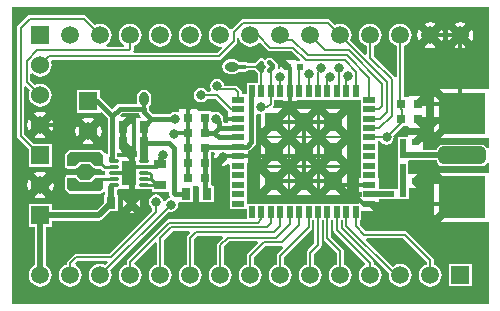
<source format=gtl>
G04 Layer_Physical_Order=1*
G04 Layer_Color=255*
%FSAX25Y25*%
%MOIN*%
G70*
G01*
G75*
%ADD10R,0.02362X0.01969*%
G04:AMPARAMS|DCode=11|XSize=15.75mil|YSize=30mil|CornerRadius=0mil|HoleSize=0mil|Usage=FLASHONLY|Rotation=315.000|XOffset=0mil|YOffset=0mil|HoleType=Round|Shape=Octagon|*
%AMOCTAGOND11*
4,1,8,0.00782,0.01339,0.01339,0.00782,0.01339,0.00226,-0.00226,-0.01339,-0.00782,-0.01339,-0.01339,-0.00782,-0.01339,-0.00226,0.00226,0.01339,0.00782,0.01339,0.0*
%
%ADD11OCTAGOND11*%

G04:AMPARAMS|DCode=12|XSize=15mil|YSize=30mil|CornerRadius=0mil|HoleSize=0mil|Usage=FLASHONLY|Rotation=225.000|XOffset=0mil|YOffset=0mil|HoleType=Round|Shape=Octagon|*
%AMOCTAGOND12*
4,1,8,0.01326,-0.00796,0.00796,-0.01326,0.00265,-0.01326,-0.01326,0.00265,-0.01326,0.00796,-0.00796,0.01326,-0.00265,0.01326,0.01326,-0.00265,0.01326,-0.00796,0.0*
%
%ADD12OCTAGOND12*%

%ADD13P,0.03677X4X270.0*%
G04:AMPARAMS|DCode=14|XSize=15mil|YSize=30mil|CornerRadius=0mil|HoleSize=0mil|Usage=FLASHONLY|Rotation=315.000|XOffset=0mil|YOffset=0mil|HoleType=Round|Shape=Octagon|*
%AMOCTAGOND14*
4,1,8,0.00796,0.01326,0.01326,0.00796,0.01326,0.00265,-0.00265,-0.01326,-0.00796,-0.01326,-0.01326,-0.00796,-0.01326,-0.00265,0.00265,0.01326,0.00796,0.01326,0.0*
%
%ADD14OCTAGOND14*%

%ADD15O,0.04724X0.03150*%
%ADD16O,0.03937X0.01575*%
%ADD17R,0.03150X0.03937*%
%ADD18O,0.03150X0.04724*%
%ADD19O,0.01575X0.03937*%
%ADD20R,0.06000X0.02000*%
G04:AMPARAMS|DCode=21|XSize=11mil|YSize=31.5mil|CornerRadius=2.75mil|HoleSize=0mil|Usage=FLASHONLY|Rotation=270.000|XOffset=0mil|YOffset=0mil|HoleType=Round|Shape=RoundedRectangle|*
%AMROUNDEDRECTD21*
21,1,0.01100,0.02600,0,0,270.0*
21,1,0.00550,0.03150,0,0,270.0*
1,1,0.00550,-0.01300,-0.00275*
1,1,0.00550,-0.01300,0.00275*
1,1,0.00550,0.01300,0.00275*
1,1,0.00550,0.01300,-0.00275*
%
%ADD21ROUNDEDRECTD21*%
%ADD22R,0.04724X0.07874*%
%ADD23R,0.03937X0.03150*%
%ADD24R,0.03000X0.03000*%
%ADD25R,0.06299X0.06299*%
G04:AMPARAMS|DCode=26|XSize=62.99mil|YSize=62.99mil|CornerRadius=6.3mil|HoleSize=0mil|Usage=FLASHONLY|Rotation=0.000|XOffset=0mil|YOffset=0mil|HoleType=Round|Shape=RoundedRectangle|*
%AMROUNDEDRECTD26*
21,1,0.06299,0.05039,0,0,0.0*
21,1,0.05039,0.06299,0,0,0.0*
1,1,0.01260,0.02520,-0.02520*
1,1,0.01260,-0.02520,-0.02520*
1,1,0.01260,-0.02520,0.02520*
1,1,0.01260,0.02520,0.02520*
%
%ADD26ROUNDEDRECTD26*%
%ADD27R,0.01969X0.03937*%
%ADD28R,0.03937X0.01969*%
%ADD29R,0.01969X0.02362*%
G04:AMPARAMS|DCode=30|XSize=157.48mil|YSize=59.06mil|CornerRadius=14.76mil|HoleSize=0mil|Usage=FLASHONLY|Rotation=0.000|XOffset=0mil|YOffset=0mil|HoleType=Round|Shape=RoundedRectangle|*
%AMROUNDEDRECTD30*
21,1,0.15748,0.02953,0,0,0.0*
21,1,0.12795,0.05906,0,0,0.0*
1,1,0.02953,0.06398,-0.01476*
1,1,0.02953,-0.06398,-0.01476*
1,1,0.02953,-0.06398,0.01476*
1,1,0.02953,0.06398,0.01476*
%
%ADD30ROUNDEDRECTD30*%
%ADD31R,0.15748X0.07874*%
%ADD32C,0.00800*%
%ADD33C,0.01200*%
%ADD34C,0.02000*%
%ADD35C,0.01500*%
%ADD36C,0.01100*%
%ADD37R,0.03000X0.05500*%
%ADD38C,0.05906*%
%ADD39R,0.05906X0.05906*%
%ADD40R,0.06000X0.06000*%
%ADD41C,0.06000*%
%ADD42C,0.03150*%
G36*
X0315961Y0220947D02*
X0299797D01*
X0304137Y0216607D01*
X0302189Y0214658D01*
X0297848Y0218999D01*
Y0210317D01*
Y0206534D01*
X0302189Y0210874D01*
X0304137Y0208926D01*
X0299797Y0204585D01*
X0315961D01*
Y0201544D01*
X0315360Y0201362D01*
X0315009Y0201888D01*
X0314316Y0202351D01*
X0313498Y0202514D01*
X0300702D01*
X0299884Y0202351D01*
X0299191Y0201888D01*
X0298728Y0201194D01*
X0298613Y0200620D01*
X0294227D01*
X0294028Y0201138D01*
X0294028D01*
Y0203913D01*
X0292640Y0202526D01*
X0290691Y0204474D01*
X0292079Y0205862D01*
X0288910D01*
Y0205104D01*
X0287770D01*
X0287531Y0205152D01*
X0287293Y0205104D01*
X0285730D01*
Y0201896D01*
X0285848D01*
Y0198969D01*
X0285896Y0198730D01*
X0285896Y0197000D01*
X0285896Y0196567D01*
Y0195270D01*
X0285848Y0195031D01*
X0285880Y0194873D01*
Y0192104D01*
X0285730D01*
Y0188896D01*
X0285817D01*
Y0187884D01*
X0285333Y0187604D01*
X0285067Y0187604D01*
X0283786D01*
X0283528Y0187656D01*
X0279547D01*
Y0191516D01*
X0278969D01*
Y0193668D01*
Y0196818D01*
Y0199968D01*
Y0203678D01*
X0279863D01*
X0280189Y0203189D01*
X0280975Y0202665D01*
X0281902Y0202480D01*
X0282828Y0202665D01*
X0283614Y0203189D01*
X0284139Y0203975D01*
X0284323Y0204902D01*
X0284208Y0205478D01*
X0287430Y0208700D01*
X0289050Y0208700D01*
X0289372Y0208233D01*
Y0208122D01*
X0293179D01*
X0291276Y0210026D01*
X0293224Y0211974D01*
X0295128Y0210071D01*
Y0213122D01*
Y0216929D01*
X0293224Y0215026D01*
X0291276Y0216974D01*
X0293179Y0218878D01*
X0289372D01*
Y0218767D01*
X0289050Y0218300D01*
X0288772Y0218300D01*
X0287723D01*
Y0235445D01*
X0288393Y0235722D01*
X0289177Y0236323D01*
X0289778Y0237107D01*
X0290156Y0238020D01*
X0290285Y0239000D01*
X0290156Y0239980D01*
X0289778Y0240893D01*
X0289177Y0241676D01*
X0288393Y0242278D01*
X0287480Y0242656D01*
X0286500Y0242785D01*
X0285520Y0242656D01*
X0284607Y0242278D01*
X0283823Y0241676D01*
X0283222Y0240893D01*
X0282844Y0239980D01*
X0282715Y0239000D01*
X0282844Y0238020D01*
X0283222Y0237107D01*
X0283823Y0236323D01*
X0284607Y0235722D01*
X0285277Y0235445D01*
Y0225049D01*
X0284999Y0224957D01*
X0284677Y0224949D01*
X0284465Y0225265D01*
X0277724Y0232007D01*
Y0235445D01*
X0278393Y0235722D01*
X0279176Y0236323D01*
X0279778Y0237107D01*
X0280156Y0238020D01*
X0280285Y0239000D01*
X0280156Y0239980D01*
X0279778Y0240893D01*
X0279176Y0241676D01*
X0278393Y0242278D01*
X0277480Y0242656D01*
X0276500Y0242785D01*
X0275520Y0242656D01*
X0274607Y0242278D01*
X0273823Y0241676D01*
X0273222Y0240893D01*
X0272844Y0239980D01*
X0272715Y0239000D01*
X0272844Y0238020D01*
X0273222Y0237107D01*
X0273823Y0236323D01*
X0274607Y0235722D01*
X0275276Y0235445D01*
Y0232738D01*
X0274722Y0232508D01*
X0269879Y0237351D01*
X0270156Y0238020D01*
X0270285Y0239000D01*
X0270156Y0239980D01*
X0269778Y0240893D01*
X0269177Y0241676D01*
X0268393Y0242278D01*
X0267480Y0242656D01*
X0266500Y0242785D01*
X0265520Y0242656D01*
X0264851Y0242379D01*
X0263212Y0244018D01*
X0262815Y0244283D01*
X0262347Y0244376D01*
X0234153D01*
X0233684Y0244283D01*
X0233288Y0244018D01*
X0230350Y0241080D01*
X0230247Y0241047D01*
X0229693Y0241084D01*
X0229593Y0241134D01*
X0229176Y0241676D01*
X0228393Y0242278D01*
X0227480Y0242656D01*
X0226500Y0242785D01*
X0225520Y0242656D01*
X0224607Y0242278D01*
X0223823Y0241676D01*
X0223222Y0240893D01*
X0222844Y0239980D01*
X0222715Y0239000D01*
X0222844Y0238020D01*
X0223222Y0237107D01*
X0223823Y0236323D01*
X0224607Y0235722D01*
X0225520Y0235344D01*
X0226500Y0235215D01*
X0226657Y0235236D01*
X0226937Y0234667D01*
X0225493Y0233224D01*
X0197747D01*
X0197491Y0233823D01*
X0197630Y0234032D01*
X0197723Y0234500D01*
Y0235445D01*
X0198393Y0235722D01*
X0199177Y0236323D01*
X0199778Y0237107D01*
X0200156Y0238020D01*
X0200285Y0239000D01*
X0200156Y0239980D01*
X0199778Y0240893D01*
X0199177Y0241676D01*
X0198393Y0242278D01*
X0197480Y0242656D01*
X0196500Y0242785D01*
X0195520Y0242656D01*
X0194607Y0242278D01*
X0193824Y0241676D01*
X0193222Y0240893D01*
X0192844Y0239980D01*
X0192715Y0239000D01*
X0192844Y0238020D01*
X0193222Y0237107D01*
X0193824Y0236323D01*
X0194475Y0235823D01*
X0194329Y0235236D01*
X0194322Y0235224D01*
X0188678D01*
X0188671Y0235236D01*
X0188525Y0235823D01*
X0189176Y0236323D01*
X0189778Y0237107D01*
X0190156Y0238020D01*
X0190285Y0239000D01*
X0190156Y0239980D01*
X0189778Y0240893D01*
X0189176Y0241676D01*
X0188393Y0242278D01*
X0187480Y0242656D01*
X0186500Y0242785D01*
X0185520Y0242656D01*
X0184851Y0242379D01*
X0181865Y0245365D01*
X0181468Y0245630D01*
X0181000Y0245724D01*
X0163000D01*
X0162532Y0245630D01*
X0162135Y0245365D01*
X0159135Y0242365D01*
X0158870Y0241968D01*
X0158776Y0241500D01*
Y0205500D01*
X0158870Y0205032D01*
X0159135Y0204635D01*
X0162700Y0201070D01*
Y0195200D01*
X0170300D01*
Y0202800D01*
X0164430D01*
X0161223Y0206007D01*
Y0221762D01*
X0161778Y0221992D01*
X0163085Y0220685D01*
X0162798Y0219992D01*
X0162667Y0219000D01*
X0162798Y0218008D01*
X0163181Y0217084D01*
X0163790Y0216290D01*
X0164584Y0215681D01*
X0165508Y0215298D01*
X0166500Y0215167D01*
X0167492Y0215298D01*
X0168416Y0215681D01*
X0169210Y0216290D01*
X0169819Y0217084D01*
X0170202Y0218008D01*
X0170333Y0219000D01*
X0170202Y0219992D01*
X0169819Y0220916D01*
X0169210Y0221710D01*
X0168416Y0222319D01*
X0167492Y0222702D01*
X0166500Y0222833D01*
X0165508Y0222702D01*
X0164815Y0222415D01*
X0163224Y0224007D01*
Y0226098D01*
X0163603Y0226227D01*
X0163823Y0226264D01*
X0164584Y0225681D01*
X0165508Y0225298D01*
X0166500Y0225167D01*
X0167492Y0225298D01*
X0168416Y0225681D01*
X0169210Y0226290D01*
X0169819Y0227084D01*
X0170202Y0228008D01*
X0170333Y0229000D01*
X0170202Y0229992D01*
X0170126Y0230176D01*
X0170527Y0230777D01*
X0226000D01*
X0226468Y0230870D01*
X0226865Y0231135D01*
X0231865Y0236135D01*
X0232130Y0236532D01*
X0232224Y0237000D01*
Y0238135D01*
X0232823Y0238175D01*
X0232844Y0238020D01*
X0233222Y0237107D01*
X0233823Y0236323D01*
X0234607Y0235722D01*
X0235520Y0235344D01*
X0236500Y0235215D01*
X0237480Y0235344D01*
X0238393Y0235722D01*
X0239177Y0236323D01*
X0239234Y0236398D01*
X0239832Y0236437D01*
X0242288Y0233982D01*
X0242685Y0233717D01*
X0243153Y0233624D01*
X0250383D01*
X0253168Y0230839D01*
X0252939Y0230284D01*
X0251590D01*
Y0230862D01*
X0248421D01*
X0249809Y0229474D01*
X0247860Y0227526D01*
X0246472Y0228913D01*
Y0227771D01*
X0246094Y0227625D01*
X0245588Y0228033D01*
Y0228765D01*
X0245574Y0228778D01*
Y0229318D01*
X0243418Y0231474D01*
X0242322D01*
X0241450Y0230603D01*
X0240678Y0231374D01*
X0240195D01*
X0240100Y0231470D01*
X0240004Y0231374D01*
X0239582D01*
X0237931Y0229724D01*
X0235707D01*
X0235300Y0229995D01*
X0234681Y0230118D01*
X0232912D01*
X0232850Y0230212D01*
X0232064Y0230737D01*
X0231138Y0230921D01*
X0229563D01*
X0228636Y0230737D01*
X0227851Y0230212D01*
X0227326Y0229427D01*
X0227142Y0228500D01*
X0227326Y0227573D01*
X0227851Y0226788D01*
X0228636Y0226263D01*
X0229563Y0226079D01*
X0231138D01*
X0232064Y0226263D01*
X0232850Y0226788D01*
X0232912Y0226882D01*
X0234681D01*
X0235300Y0227005D01*
X0235707Y0227276D01*
X0237931D01*
X0238954Y0226254D01*
Y0223024D01*
X0235243D01*
Y0219284D01*
X0233723D01*
Y0220000D01*
X0233630Y0220468D01*
X0233365Y0220865D01*
X0232365Y0221865D01*
X0231968Y0222130D01*
X0231500Y0222223D01*
X0227877D01*
X0227737Y0222927D01*
X0227212Y0223712D01*
X0226427Y0224237D01*
X0225500Y0224421D01*
X0224573Y0224237D01*
X0223788Y0223712D01*
X0223263Y0222927D01*
X0223079Y0222000D01*
X0223263Y0221073D01*
X0223430Y0220824D01*
X0223109Y0220223D01*
X0222039D01*
X0221712Y0220712D01*
X0220927Y0221237D01*
X0220000Y0221421D01*
X0219073Y0221237D01*
X0218288Y0220712D01*
X0217763Y0219927D01*
X0217579Y0219000D01*
X0217763Y0218073D01*
X0218288Y0217288D01*
X0219073Y0216763D01*
X0220000Y0216579D01*
X0220927Y0216763D01*
X0221712Y0217288D01*
X0222039Y0217776D01*
X0224993D01*
X0228767Y0214003D01*
X0229153Y0213563D01*
Y0209632D01*
X0227632D01*
Y0209949D01*
X0227511Y0210554D01*
X0227374Y0210760D01*
X0227421Y0211000D01*
X0227237Y0211927D01*
X0226712Y0212712D01*
X0225927Y0213237D01*
X0225000Y0213421D01*
X0224150Y0213252D01*
X0223882Y0213339D01*
X0223550Y0213517D01*
Y0213800D01*
X0219228D01*
X0218950Y0213800D01*
X0218628Y0214267D01*
Y0214378D01*
X0212872D01*
Y0213606D01*
X0212272Y0213268D01*
X0211500Y0213421D01*
X0210573Y0213237D01*
X0209788Y0212712D01*
X0209700Y0212580D01*
X0204092D01*
X0202619Y0214054D01*
Y0215088D01*
X0202712Y0215150D01*
X0203237Y0215936D01*
X0203421Y0216862D01*
Y0218437D01*
X0203237Y0219364D01*
X0202712Y0220149D01*
X0201927Y0220674D01*
X0201000Y0220858D01*
X0200073Y0220674D01*
X0199288Y0220149D01*
X0198763Y0219364D01*
X0198579Y0218437D01*
Y0216862D01*
X0198642Y0216544D01*
X0198261Y0216080D01*
X0193000D01*
X0192395Y0215960D01*
X0191883Y0215617D01*
X0190500Y0214235D01*
X0186618Y0218117D01*
X0186300Y0218330D01*
Y0220800D01*
X0178700D01*
Y0213200D01*
X0186300D01*
Y0213200D01*
X0186841Y0213424D01*
X0188920Y0211345D01*
Y0199650D01*
X0188775Y0199531D01*
X0188077Y0199577D01*
X0188077Y0199577D01*
X0187077Y0200577D01*
X0186812Y0200754D01*
X0186500Y0200816D01*
X0186500Y0200816D01*
X0176500D01*
X0176188Y0200754D01*
X0175923Y0200577D01*
X0175923Y0200577D01*
X0174923Y0199577D01*
X0174746Y0199312D01*
X0174684Y0199000D01*
X0174684Y0199000D01*
Y0195500D01*
X0174746Y0195188D01*
X0174792Y0195120D01*
X0174809Y0195030D01*
X0174986Y0194766D01*
X0175251Y0194589D01*
X0175563Y0194527D01*
X0178313D01*
X0178350Y0194534D01*
X0178387Y0194530D01*
X0178505Y0194565D01*
X0178625Y0194589D01*
X0178656Y0194610D01*
X0178692Y0194620D01*
X0178788Y0194697D01*
X0178890Y0194766D01*
X0178911Y0194797D01*
X0178940Y0194820D01*
X0179945Y0196027D01*
X0183181D01*
X0184186Y0194820D01*
X0184215Y0194797D01*
X0184236Y0194766D01*
X0184338Y0194697D01*
X0184434Y0194620D01*
X0184470Y0194610D01*
X0184501Y0194589D01*
X0184621Y0194565D01*
X0184739Y0194530D01*
X0184776Y0194534D01*
X0184813Y0194527D01*
X0186527D01*
X0187058Y0193995D01*
X0187058Y0193995D01*
X0187505Y0193697D01*
X0188031Y0193592D01*
X0188132Y0193469D01*
X0188094Y0193275D01*
Y0192725D01*
X0187833Y0192408D01*
X0187031D01*
X0186568Y0192316D01*
X0184750D01*
X0184713Y0192308D01*
X0184676Y0192312D01*
X0184558Y0192278D01*
X0184438Y0192254D01*
X0184407Y0192233D01*
X0184371Y0192222D01*
X0184275Y0192145D01*
X0184173Y0192077D01*
X0184152Y0192046D01*
X0184123Y0192022D01*
X0183118Y0190816D01*
X0179882D01*
X0178877Y0192022D01*
X0178848Y0192046D01*
X0178827Y0192077D01*
X0178725Y0192145D01*
X0178629Y0192222D01*
X0178593Y0192233D01*
X0178562Y0192254D01*
X0178442Y0192278D01*
X0178324Y0192312D01*
X0178287Y0192308D01*
X0178250Y0192316D01*
X0175500D01*
X0175188Y0192254D01*
X0174923Y0192077D01*
X0174746Y0191812D01*
X0174684Y0191500D01*
Y0188000D01*
X0174684Y0188000D01*
X0174746Y0187688D01*
X0174923Y0187423D01*
X0174923Y0187423D01*
X0175923Y0186423D01*
X0175923Y0186423D01*
X0176188Y0186246D01*
X0176500Y0186184D01*
X0176500Y0186184D01*
X0186500D01*
X0186812Y0186246D01*
X0187077Y0186423D01*
X0187077Y0186423D01*
X0187628Y0186974D01*
X0188228Y0186726D01*
Y0185768D01*
X0187688D01*
Y0183221D01*
X0185303Y0180835D01*
X0170300D01*
Y0182800D01*
X0162700D01*
Y0175200D01*
X0164665D01*
Y0162302D01*
X0164607Y0162278D01*
X0163823Y0161677D01*
X0163222Y0160893D01*
X0162844Y0159980D01*
X0162715Y0159000D01*
X0162844Y0158020D01*
X0163222Y0157107D01*
X0163823Y0156324D01*
X0164607Y0155722D01*
X0165520Y0155344D01*
X0166500Y0155215D01*
X0167480Y0155344D01*
X0168393Y0155722D01*
X0169176Y0156324D01*
X0169778Y0157107D01*
X0170156Y0158020D01*
X0170285Y0159000D01*
X0170156Y0159980D01*
X0169778Y0160893D01*
X0169176Y0161677D01*
X0168393Y0162278D01*
X0168335Y0162302D01*
Y0175200D01*
X0170300D01*
Y0177165D01*
X0186063D01*
X0186765Y0177304D01*
X0187361Y0177702D01*
X0189890Y0180231D01*
X0192438D01*
Y0185768D01*
X0191898D01*
Y0187235D01*
X0192260Y0187685D01*
X0199740D01*
Y0187692D01*
X0200894D01*
X0200921Y0187687D01*
X0203731D01*
Y0186688D01*
X0209268D01*
X0209484Y0186177D01*
X0209540Y0185895D01*
X0209807Y0185495D01*
X0209723Y0185097D01*
X0209579Y0184838D01*
X0209073Y0184737D01*
X0208288Y0184212D01*
X0207982Y0183755D01*
X0207345Y0183882D01*
X0207237Y0184427D01*
X0206712Y0185212D01*
X0205927Y0185737D01*
X0205000Y0185921D01*
X0204073Y0185737D01*
X0203288Y0185212D01*
X0202763Y0184427D01*
X0202579Y0183500D01*
X0202763Y0182573D01*
X0203288Y0181788D01*
X0203777Y0181461D01*
Y0180507D01*
X0189493Y0166224D01*
X0178500D01*
X0178032Y0166130D01*
X0177635Y0165865D01*
X0175635Y0163865D01*
X0175370Y0163468D01*
X0175277Y0163000D01*
Y0162555D01*
X0174607Y0162278D01*
X0173823Y0161677D01*
X0173222Y0160893D01*
X0172844Y0159980D01*
X0172715Y0159000D01*
X0172844Y0158020D01*
X0173222Y0157107D01*
X0173823Y0156324D01*
X0174607Y0155722D01*
X0175520Y0155344D01*
X0176500Y0155215D01*
X0177480Y0155344D01*
X0178393Y0155722D01*
X0179176Y0156324D01*
X0179778Y0157107D01*
X0180156Y0158020D01*
X0180285Y0159000D01*
X0180156Y0159980D01*
X0179778Y0160893D01*
X0179176Y0161677D01*
X0178393Y0162278D01*
X0178266Y0162330D01*
X0178149Y0162919D01*
X0179007Y0163777D01*
X0188762D01*
X0188992Y0163222D01*
X0188149Y0162379D01*
X0187480Y0162656D01*
X0186500Y0162785D01*
X0185520Y0162656D01*
X0184607Y0162278D01*
X0183824Y0161677D01*
X0183222Y0160893D01*
X0182844Y0159980D01*
X0182715Y0159000D01*
X0182844Y0158020D01*
X0183222Y0157107D01*
X0183824Y0156324D01*
X0184607Y0155722D01*
X0185520Y0155344D01*
X0186500Y0155215D01*
X0187480Y0155344D01*
X0188393Y0155722D01*
X0189176Y0156324D01*
X0189778Y0157107D01*
X0190156Y0158020D01*
X0190285Y0159000D01*
X0190156Y0159980D01*
X0189879Y0160649D01*
X0209424Y0180193D01*
X0210000Y0180079D01*
X0210927Y0180263D01*
X0211712Y0180788D01*
X0212237Y0181573D01*
X0212421Y0182500D01*
X0212369Y0182763D01*
X0212888Y0183231D01*
X0217437D01*
Y0188622D01*
X0218628D01*
Y0188733D01*
X0218700Y0188838D01*
X0218999Y0188858D01*
X0219562Y0188325D01*
Y0183231D01*
X0224312D01*
Y0188768D01*
X0223957D01*
X0223550Y0189200D01*
Y0193800D01*
X0223550D01*
X0223550Y0194200D01*
X0223550D01*
Y0198800D01*
X0223550D01*
Y0199200D01*
X0223550D01*
Y0200172D01*
X0224347D01*
X0224748Y0199572D01*
X0224623Y0199271D01*
X0224522Y0198500D01*
X0224623Y0197729D01*
X0224669Y0197618D01*
X0226526Y0199474D01*
X0228474Y0197526D01*
X0226618Y0195669D01*
X0226729Y0195623D01*
X0227500Y0195522D01*
X0228271Y0195623D01*
X0228989Y0195921D01*
X0229132Y0196030D01*
X0229731Y0195734D01*
Y0193668D01*
Y0190519D01*
Y0187369D01*
Y0184220D01*
Y0181070D01*
X0235243D01*
Y0177724D01*
X0209500D01*
X0209032Y0177630D01*
X0208635Y0177365D01*
X0195635Y0164365D01*
X0195370Y0163968D01*
X0195276Y0163500D01*
Y0162555D01*
X0194607Y0162278D01*
X0193824Y0161677D01*
X0193222Y0160893D01*
X0192844Y0159980D01*
X0192715Y0159000D01*
X0192844Y0158020D01*
X0193222Y0157107D01*
X0193824Y0156324D01*
X0194607Y0155722D01*
X0195520Y0155344D01*
X0196500Y0155215D01*
X0197480Y0155344D01*
X0198393Y0155722D01*
X0199177Y0156324D01*
X0199778Y0157107D01*
X0200156Y0158020D01*
X0200285Y0159000D01*
X0200156Y0159980D01*
X0199778Y0160893D01*
X0199177Y0161677D01*
X0198393Y0162278D01*
X0197919Y0162474D01*
X0197840Y0163110D01*
X0204722Y0169992D01*
X0205276Y0169762D01*
Y0162555D01*
X0204607Y0162278D01*
X0203823Y0161677D01*
X0203222Y0160893D01*
X0202844Y0159980D01*
X0202715Y0159000D01*
X0202844Y0158020D01*
X0203222Y0157107D01*
X0203823Y0156324D01*
X0204607Y0155722D01*
X0205520Y0155344D01*
X0206500Y0155215D01*
X0207480Y0155344D01*
X0208393Y0155722D01*
X0209176Y0156324D01*
X0209778Y0157107D01*
X0210156Y0158020D01*
X0210285Y0159000D01*
X0210156Y0159980D01*
X0209778Y0160893D01*
X0209176Y0161677D01*
X0208393Y0162278D01*
X0207723Y0162555D01*
Y0170730D01*
X0210669Y0173677D01*
X0216162D01*
X0216392Y0173122D01*
X0215635Y0172365D01*
X0215370Y0171968D01*
X0215277Y0171500D01*
Y0162555D01*
X0214607Y0162278D01*
X0213824Y0161677D01*
X0213222Y0160893D01*
X0212844Y0159980D01*
X0212715Y0159000D01*
X0212844Y0158020D01*
X0213222Y0157107D01*
X0213824Y0156324D01*
X0214607Y0155722D01*
X0215520Y0155344D01*
X0216500Y0155215D01*
X0217480Y0155344D01*
X0218393Y0155722D01*
X0219177Y0156324D01*
X0219778Y0157107D01*
X0220156Y0158020D01*
X0220285Y0159000D01*
X0220156Y0159980D01*
X0219778Y0160893D01*
X0219177Y0161677D01*
X0218393Y0162278D01*
X0217723Y0162555D01*
Y0170993D01*
X0218807Y0172076D01*
X0227062D01*
X0227292Y0171522D01*
X0225635Y0169865D01*
X0225370Y0169468D01*
X0225276Y0169000D01*
Y0162555D01*
X0224607Y0162278D01*
X0223823Y0161677D01*
X0223222Y0160893D01*
X0222844Y0159980D01*
X0222715Y0159000D01*
X0222844Y0158020D01*
X0223222Y0157107D01*
X0223823Y0156324D01*
X0224607Y0155722D01*
X0225520Y0155344D01*
X0226500Y0155215D01*
X0227480Y0155344D01*
X0228393Y0155722D01*
X0229176Y0156324D01*
X0229778Y0157107D01*
X0230156Y0158020D01*
X0230285Y0159000D01*
X0230156Y0159980D01*
X0229778Y0160893D01*
X0229176Y0161677D01*
X0228393Y0162278D01*
X0227724Y0162555D01*
Y0168493D01*
X0229507Y0170276D01*
X0238862D01*
X0239092Y0169722D01*
X0235635Y0166265D01*
X0235370Y0165868D01*
X0235277Y0165400D01*
Y0162555D01*
X0234607Y0162278D01*
X0233823Y0161677D01*
X0233222Y0160893D01*
X0232844Y0159980D01*
X0232715Y0159000D01*
X0232844Y0158020D01*
X0233222Y0157107D01*
X0233823Y0156324D01*
X0234607Y0155722D01*
X0235520Y0155344D01*
X0236500Y0155215D01*
X0237480Y0155344D01*
X0238393Y0155722D01*
X0239177Y0156324D01*
X0239778Y0157107D01*
X0240156Y0158020D01*
X0240285Y0159000D01*
X0240156Y0159980D01*
X0239778Y0160893D01*
X0239177Y0161677D01*
X0238393Y0162278D01*
X0237723Y0162555D01*
Y0164893D01*
X0241507Y0168676D01*
X0246900D01*
X0247147Y0168726D01*
X0247442Y0168173D01*
X0245635Y0166365D01*
X0245370Y0165968D01*
X0245276Y0165500D01*
Y0162555D01*
X0244607Y0162278D01*
X0243824Y0161677D01*
X0243222Y0160893D01*
X0242844Y0159980D01*
X0242715Y0159000D01*
X0242844Y0158020D01*
X0243222Y0157107D01*
X0243824Y0156324D01*
X0244607Y0155722D01*
X0245520Y0155344D01*
X0246500Y0155215D01*
X0247480Y0155344D01*
X0248393Y0155722D01*
X0249177Y0156324D01*
X0249778Y0157107D01*
X0250156Y0158020D01*
X0250285Y0159000D01*
X0250156Y0159980D01*
X0249778Y0160893D01*
X0249177Y0161677D01*
X0248393Y0162278D01*
X0247724Y0162555D01*
Y0164993D01*
X0256790Y0174060D01*
X0257056Y0174457D01*
X0257149Y0174925D01*
Y0177330D01*
X0257851D01*
Y0169582D01*
X0255635Y0167365D01*
X0255370Y0166968D01*
X0255276Y0166500D01*
Y0162555D01*
X0254607Y0162278D01*
X0253823Y0161677D01*
X0253222Y0160893D01*
X0252844Y0159980D01*
X0252715Y0159000D01*
X0252844Y0158020D01*
X0253222Y0157107D01*
X0253823Y0156324D01*
X0254607Y0155722D01*
X0255520Y0155344D01*
X0256500Y0155215D01*
X0257480Y0155344D01*
X0258393Y0155722D01*
X0259176Y0156324D01*
X0259778Y0157107D01*
X0260156Y0158020D01*
X0260285Y0159000D01*
X0260156Y0159980D01*
X0259778Y0160893D01*
X0259176Y0161677D01*
X0258393Y0162278D01*
X0257723Y0162555D01*
Y0165993D01*
X0259940Y0168210D01*
X0260205Y0168607D01*
X0260298Y0169075D01*
Y0177330D01*
X0261001D01*
Y0171276D01*
X0261094Y0170807D01*
X0261359Y0170410D01*
X0265277Y0166493D01*
Y0162555D01*
X0264607Y0162278D01*
X0263824Y0161677D01*
X0263222Y0160893D01*
X0262844Y0159980D01*
X0262715Y0159000D01*
X0262844Y0158020D01*
X0263222Y0157107D01*
X0263824Y0156324D01*
X0264607Y0155722D01*
X0265520Y0155344D01*
X0266500Y0155215D01*
X0267480Y0155344D01*
X0268393Y0155722D01*
X0269177Y0156324D01*
X0269778Y0157107D01*
X0270156Y0158020D01*
X0270285Y0159000D01*
X0270156Y0159980D01*
X0269778Y0160893D01*
X0269177Y0161677D01*
X0268393Y0162278D01*
X0267723Y0162555D01*
Y0167000D01*
X0267630Y0167468D01*
X0267365Y0167865D01*
X0263448Y0171782D01*
Y0177330D01*
X0264151D01*
Y0174126D01*
X0264244Y0173658D01*
X0264509Y0173261D01*
X0274851Y0162919D01*
X0274734Y0162330D01*
X0274607Y0162278D01*
X0273823Y0161677D01*
X0273222Y0160893D01*
X0272844Y0159980D01*
X0272715Y0159000D01*
X0272844Y0158020D01*
X0273222Y0157107D01*
X0273823Y0156324D01*
X0274607Y0155722D01*
X0275520Y0155344D01*
X0276500Y0155215D01*
X0277480Y0155344D01*
X0278393Y0155722D01*
X0279176Y0156324D01*
X0279778Y0157107D01*
X0280156Y0158020D01*
X0280285Y0159000D01*
X0280156Y0159980D01*
X0279778Y0160893D01*
X0279176Y0161677D01*
X0278393Y0162278D01*
X0277724Y0162555D01*
Y0163000D01*
X0277630Y0163468D01*
X0277365Y0163865D01*
X0266598Y0174633D01*
Y0177330D01*
X0267300D01*
Y0175476D01*
X0267393Y0175008D01*
X0267658Y0174611D01*
X0282779Y0159490D01*
X0282715Y0159000D01*
X0282844Y0158020D01*
X0283222Y0157107D01*
X0283823Y0156324D01*
X0284607Y0155722D01*
X0285520Y0155344D01*
X0286500Y0155215D01*
X0287480Y0155344D01*
X0288393Y0155722D01*
X0289177Y0156324D01*
X0289778Y0157107D01*
X0290156Y0158020D01*
X0290285Y0159000D01*
X0290156Y0159980D01*
X0289778Y0160893D01*
X0289177Y0161677D01*
X0288393Y0162278D01*
X0287480Y0162656D01*
X0286500Y0162785D01*
X0285520Y0162656D01*
X0284607Y0162278D01*
X0283954Y0161776D01*
X0275054Y0170677D01*
X0275302Y0171276D01*
X0287493D01*
X0295276Y0163493D01*
Y0162555D01*
X0294607Y0162278D01*
X0293824Y0161677D01*
X0293222Y0160893D01*
X0292844Y0159980D01*
X0292715Y0159000D01*
X0292844Y0158020D01*
X0293222Y0157107D01*
X0293824Y0156324D01*
X0294607Y0155722D01*
X0295520Y0155344D01*
X0296500Y0155215D01*
X0297480Y0155344D01*
X0298393Y0155722D01*
X0299177Y0156324D01*
X0299778Y0157107D01*
X0300156Y0158020D01*
X0300285Y0159000D01*
X0300156Y0159980D01*
X0299778Y0160893D01*
X0299177Y0161677D01*
X0298393Y0162278D01*
X0297724Y0162555D01*
Y0164000D01*
X0297630Y0164468D01*
X0297365Y0164865D01*
X0288865Y0173365D01*
X0288468Y0173630D01*
X0288000Y0173723D01*
X0275007D01*
X0272897Y0175834D01*
Y0177330D01*
X0273458D01*
Y0180492D01*
X0277599D01*
X0276211Y0181880D01*
X0278159Y0183829D01*
X0279547Y0182441D01*
Y0184352D01*
X0283512D01*
X0283531Y0184348D01*
X0283770Y0184396D01*
X0285500Y0184396D01*
X0285933Y0184396D01*
X0287230D01*
X0287469Y0184348D01*
X0287707Y0184396D01*
X0289270D01*
Y0187604D01*
X0289270Y0187604D01*
X0289270D01*
X0289270Y0187604D01*
X0289430Y0188138D01*
X0292079D01*
X0290691Y0189526D01*
X0291665Y0190500D01*
X0290691Y0191474D01*
X0292079Y0192862D01*
X0289183D01*
Y0195000D01*
X0289183Y0195000D01*
X0289104Y0195397D01*
Y0196567D01*
X0289104Y0196833D01*
X0289384Y0197317D01*
X0298586D01*
X0298728Y0196606D01*
X0299191Y0195912D01*
X0299884Y0195449D01*
X0300702Y0195286D01*
X0313498D01*
X0314316Y0195449D01*
X0315009Y0195912D01*
X0315360Y0196438D01*
X0315961Y0196256D01*
Y0193215D01*
X0299797D01*
X0304137Y0188874D01*
X0302189Y0186926D01*
X0297848Y0191266D01*
Y0182585D01*
Y0178802D01*
X0302189Y0183142D01*
X0304137Y0181193D01*
X0299797Y0176853D01*
X0315961D01*
Y0149539D01*
X0157039D01*
Y0248461D01*
X0315961D01*
Y0220947D01*
D02*
G37*
G36*
X0273432Y0215716D02*
X0273432D01*
Y0212566D01*
Y0209417D01*
Y0206267D01*
Y0203117D01*
Y0199968D01*
Y0196818D01*
Y0193668D01*
Y0191516D01*
X0272854D01*
Y0186791D01*
X0273612D01*
Y0185216D01*
X0272854D01*
Y0182867D01*
X0235268D01*
Y0187369D01*
Y0190519D01*
Y0193668D01*
Y0196240D01*
X0235846D01*
Y0200290D01*
X0235857Y0200292D01*
X0236369Y0200635D01*
X0237993Y0202258D01*
X0238335Y0202770D01*
X0238456Y0203375D01*
Y0212539D01*
X0238985Y0212822D01*
X0239073Y0212763D01*
X0239951Y0212589D01*
X0239941Y0212539D01*
Y0207500D01*
X0239957Y0207418D01*
X0243533Y0210994D01*
X0247110Y0214570D01*
X0247028Y0214587D01*
X0244254D01*
X0244025Y0215141D01*
X0244192Y0215308D01*
X0244457Y0215705D01*
X0244550Y0216173D01*
Y0217487D01*
X0247264D01*
Y0216910D01*
X0251988D01*
Y0217487D01*
X0273432D01*
Y0215716D01*
D02*
G37*
G36*
X0199505Y0212700D02*
X0199855Y0212174D01*
X0199857Y0212174D01*
X0199986Y0211368D01*
X0199909Y0211268D01*
X0198562D01*
Y0205732D01*
Y0200232D01*
X0198684D01*
Y0198315D01*
X0192655D01*
X0192211Y0198458D01*
X0192080Y0198841D01*
Y0199653D01*
X0195066D01*
X0193088Y0201632D01*
X0195036Y0203581D01*
X0197015Y0201602D01*
Y0205153D01*
Y0209898D01*
X0195036Y0207919D01*
X0193088Y0209868D01*
X0195066Y0211846D01*
X0193365D01*
X0193136Y0212401D01*
X0193655Y0212920D01*
X0199461D01*
X0199505Y0212700D01*
D02*
G37*
G36*
X0187500Y0188000D02*
X0186500Y0187000D01*
X0176500D01*
X0175500Y0188000D01*
Y0191500D01*
X0178250D01*
X0179500Y0190000D01*
X0183500D01*
X0184750Y0191500D01*
X0187500D01*
Y0188000D01*
D02*
G37*
G36*
Y0199000D02*
Y0198906D01*
X0187563Y0198843D01*
Y0195343D01*
X0184813D01*
X0183563Y0196843D01*
X0179563D01*
X0178313Y0195343D01*
X0175563D01*
Y0195500D01*
X0175500D01*
Y0199000D01*
X0176500Y0200000D01*
X0186500D01*
X0187500Y0199000D01*
D02*
G37*
%LPC*%
G36*
X0166500Y0193416D02*
X0165357Y0193265D01*
X0164527Y0192921D01*
X0166500Y0190949D01*
X0168473Y0192921D01*
X0167643Y0193265D01*
X0166500Y0193416D01*
D02*
G37*
G36*
X0246988Y0194862D02*
X0241831D01*
X0244409Y0192283D01*
X0246988Y0194862D01*
D02*
G37*
G36*
X0266772D02*
X0261614D01*
X0264193Y0192283D01*
X0266772Y0194862D01*
D02*
G37*
G36*
X0294028Y0190913D02*
X0293614Y0190500D01*
X0294028Y0190086D01*
Y0190913D01*
D02*
G37*
G36*
X0258878Y0192913D02*
X0256299Y0190335D01*
X0258878Y0187756D01*
Y0192913D01*
D02*
G37*
G36*
X0268721D02*
X0266142Y0190335D01*
X0268721Y0187756D01*
Y0192913D01*
D02*
G37*
G36*
X0306500Y0243368D02*
X0305369Y0243219D01*
X0304563Y0242885D01*
X0306500Y0240949D01*
X0308437Y0242885D01*
X0307630Y0243219D01*
X0306500Y0243368D01*
D02*
G37*
G36*
X0256929Y0194862D02*
X0251772D01*
X0254350Y0192283D01*
X0256929Y0194862D01*
D02*
G37*
G36*
X0239980Y0202756D02*
Y0197598D01*
X0242559Y0200177D01*
X0239980Y0202756D01*
D02*
G37*
G36*
X0249823D02*
Y0197598D01*
X0252402Y0200177D01*
X0249823Y0202756D01*
D02*
G37*
G36*
X0259665D02*
Y0197598D01*
X0262244Y0200177D01*
X0259665Y0202756D01*
D02*
G37*
G36*
X0264193Y0198228D02*
X0261614Y0195650D01*
X0266772D01*
X0264193Y0198228D01*
D02*
G37*
G36*
X0296500Y0243368D02*
X0295370Y0243219D01*
X0294563Y0242885D01*
X0296500Y0240949D01*
X0298437Y0242885D01*
X0297631Y0243219D01*
X0296500Y0243368D01*
D02*
G37*
G36*
X0244508Y0198228D02*
X0241929Y0195650D01*
X0247087D01*
X0244508Y0198228D01*
D02*
G37*
G36*
X0254350D02*
X0251772Y0195650D01*
X0256929D01*
X0254350Y0198228D01*
D02*
G37*
G36*
X0248937Y0192913D02*
X0246358Y0190335D01*
X0248937Y0187756D01*
Y0192913D01*
D02*
G37*
G36*
X0196938Y0183394D02*
X0196544Y0183000D01*
X0196938Y0182606D01*
X0197332Y0183000D01*
X0196938Y0183394D01*
D02*
G37*
G36*
X0166500Y0187051D02*
X0164527Y0185079D01*
X0165357Y0184735D01*
X0166500Y0184584D01*
X0167643Y0184735D01*
X0168473Y0185079D01*
X0166500Y0187051D01*
D02*
G37*
G36*
X0197942Y0186346D02*
X0195934D01*
X0196938Y0185342D01*
X0197942Y0186346D01*
D02*
G37*
G36*
X0193985Y0184398D02*
Y0181602D01*
X0195383Y0183000D01*
X0193985Y0184398D01*
D02*
G37*
G36*
X0310253Y0162753D02*
X0302747D01*
Y0155247D01*
X0310253D01*
Y0162753D01*
D02*
G37*
G36*
X0196938Y0180658D02*
X0195934Y0179654D01*
X0197942D01*
X0196938Y0180658D01*
D02*
G37*
G36*
X0199891Y0184398D02*
X0198493Y0183000D01*
X0199891Y0181602D01*
Y0184398D01*
D02*
G37*
G36*
X0244409Y0188386D02*
X0241831Y0185807D01*
X0246988D01*
X0244409Y0188386D01*
D02*
G37*
G36*
X0239882Y0192913D02*
Y0187756D01*
X0242461Y0190335D01*
X0239882Y0192913D01*
D02*
G37*
G36*
X0249823D02*
Y0187756D01*
X0252402Y0190335D01*
X0249823Y0192913D01*
D02*
G37*
G36*
X0259665D02*
Y0187756D01*
X0262244Y0190335D01*
X0259665Y0192913D01*
D02*
G37*
G36*
X0162578Y0190973D02*
X0162235Y0190143D01*
X0162084Y0189000D01*
X0162235Y0187857D01*
X0162578Y0187027D01*
X0164551Y0189000D01*
X0162578Y0190973D01*
D02*
G37*
G36*
X0254350Y0188386D02*
X0251772Y0185807D01*
X0256929D01*
X0254350Y0188386D01*
D02*
G37*
G36*
X0264193D02*
X0261614Y0185807D01*
X0266772D01*
X0264193Y0188386D01*
D02*
G37*
G36*
X0170422Y0190973D02*
X0168449Y0189000D01*
X0170422Y0187027D01*
X0170765Y0187857D01*
X0170916Y0189000D01*
X0170765Y0190143D01*
X0170422Y0190973D01*
D02*
G37*
G36*
X0249035Y0202756D02*
X0246457Y0200177D01*
X0249035Y0197598D01*
Y0202756D01*
D02*
G37*
G36*
X0182500Y0211416D02*
X0181357Y0211265D01*
X0180527Y0210922D01*
X0182500Y0208949D01*
X0184473Y0210922D01*
X0183643Y0211265D01*
X0182500Y0211416D01*
D02*
G37*
G36*
X0166500Y0213416D02*
X0165357Y0213265D01*
X0164527Y0212922D01*
X0166500Y0210949D01*
X0168473Y0212922D01*
X0167643Y0213265D01*
X0166500Y0213416D01*
D02*
G37*
G36*
X0256929Y0214547D02*
X0251772D01*
X0254350Y0211968D01*
X0256929Y0214547D01*
D02*
G37*
G36*
X0268721Y0212598D02*
X0266142Y0210020D01*
X0268721Y0207441D01*
Y0212598D01*
D02*
G37*
G36*
X0249823D02*
Y0207441D01*
X0252402Y0210020D01*
X0249823Y0212598D01*
D02*
G37*
G36*
X0258878Y0212598D02*
X0256299Y0210020D01*
X0258878Y0207441D01*
Y0212598D01*
D02*
G37*
G36*
X0259665Y0212598D02*
Y0207441D01*
X0262244Y0210020D01*
X0259665Y0212598D01*
D02*
G37*
G36*
X0266772Y0214547D02*
X0261614D01*
X0264193Y0211968D01*
X0266772Y0214547D01*
D02*
G37*
G36*
X0206500Y0242785D02*
X0205520Y0242656D01*
X0204607Y0242278D01*
X0203823Y0241676D01*
X0203222Y0240893D01*
X0202844Y0239980D01*
X0202715Y0239000D01*
X0202844Y0238020D01*
X0203222Y0237107D01*
X0203823Y0236323D01*
X0204607Y0235722D01*
X0205520Y0235344D01*
X0206500Y0235215D01*
X0207480Y0235344D01*
X0208393Y0235722D01*
X0209176Y0236323D01*
X0209778Y0237107D01*
X0210156Y0238020D01*
X0210285Y0239000D01*
X0210156Y0239980D01*
X0209778Y0240893D01*
X0209176Y0241676D01*
X0208393Y0242278D01*
X0207480Y0242656D01*
X0206500Y0242785D01*
D02*
G37*
G36*
X0216500D02*
X0215520Y0242656D01*
X0214607Y0242278D01*
X0213824Y0241676D01*
X0213222Y0240893D01*
X0212844Y0239980D01*
X0212715Y0239000D01*
X0212844Y0238020D01*
X0213222Y0237107D01*
X0213824Y0236323D01*
X0214607Y0235722D01*
X0215520Y0235344D01*
X0216500Y0235215D01*
X0217480Y0235344D01*
X0218393Y0235722D01*
X0219177Y0236323D01*
X0219778Y0237107D01*
X0220156Y0238020D01*
X0220285Y0239000D01*
X0220156Y0239980D01*
X0219778Y0240893D01*
X0219177Y0241676D01*
X0218393Y0242278D01*
X0217480Y0242656D01*
X0216500Y0242785D01*
D02*
G37*
G36*
X0292615Y0240937D02*
X0292281Y0240130D01*
X0292132Y0239000D01*
X0292281Y0237870D01*
X0292615Y0237063D01*
X0294551Y0239000D01*
X0292615Y0240937D01*
D02*
G37*
G36*
X0306500Y0237051D02*
X0304563Y0235115D01*
X0305369Y0234781D01*
X0306500Y0234632D01*
X0307630Y0234781D01*
X0308437Y0235115D01*
X0306500Y0237051D01*
D02*
G37*
G36*
X0300385Y0240937D02*
X0298449Y0239000D01*
X0300385Y0237063D01*
X0300719Y0237870D01*
X0300868Y0239000D01*
X0300719Y0240130D01*
X0300385Y0240937D01*
D02*
G37*
G36*
X0302615Y0240937D02*
X0302281Y0240130D01*
X0302132Y0239000D01*
X0302281Y0237870D01*
X0302615Y0237063D01*
X0304551Y0239000D01*
X0302615Y0240937D01*
D02*
G37*
G36*
X0296500Y0237051D02*
X0294563Y0235115D01*
X0295370Y0234781D01*
X0296500Y0234632D01*
X0297631Y0234781D01*
X0298437Y0235115D01*
X0296500Y0237051D01*
D02*
G37*
G36*
X0249058Y0212621D02*
X0246457Y0210020D01*
X0249058Y0207418D01*
X0249075Y0207500D01*
Y0212539D01*
X0249058Y0212621D01*
D02*
G37*
G36*
X0266772Y0204705D02*
X0261614D01*
X0264193Y0202126D01*
X0266772Y0204705D01*
D02*
G37*
G36*
X0256929D02*
X0251772D01*
X0254350Y0202126D01*
X0256929Y0204705D01*
D02*
G37*
G36*
X0182500Y0205051D02*
X0180527Y0203079D01*
X0181357Y0202735D01*
X0182500Y0202584D01*
X0183643Y0202735D01*
X0184473Y0203079D01*
X0182500Y0205051D01*
D02*
G37*
G36*
X0247087Y0204705D02*
X0241929D01*
X0244508Y0202126D01*
X0247087Y0204705D01*
D02*
G37*
G36*
X0258878Y0202756D02*
X0256299Y0200177D01*
X0258878Y0197598D01*
Y0202756D01*
D02*
G37*
G36*
X0268721D02*
X0266142Y0200177D01*
X0268721Y0197598D01*
Y0202756D01*
D02*
G37*
G36*
X0310385Y0240937D02*
X0308449Y0239000D01*
X0310385Y0237063D01*
X0310719Y0237870D01*
X0310868Y0239000D01*
X0310719Y0240130D01*
X0310385Y0240937D01*
D02*
G37*
G36*
X0166500Y0207051D02*
X0164527Y0205079D01*
X0165357Y0204735D01*
X0166500Y0204584D01*
X0167643Y0204735D01*
X0168473Y0205079D01*
X0166500Y0207051D01*
D02*
G37*
G36*
X0264193Y0208071D02*
X0261614Y0205492D01*
X0266772D01*
X0264193Y0208071D01*
D02*
G37*
G36*
X0170422Y0210973D02*
X0168449Y0209000D01*
X0170422Y0207027D01*
X0170765Y0207857D01*
X0170916Y0209000D01*
X0170765Y0210143D01*
X0170422Y0210973D01*
D02*
G37*
G36*
X0162578Y0210973D02*
X0162235Y0210143D01*
X0162084Y0209000D01*
X0162235Y0207857D01*
X0162578Y0207027D01*
X0164551Y0209000D01*
X0162578Y0210973D01*
D02*
G37*
G36*
X0254350Y0208071D02*
X0251771Y0205492D01*
X0256929D01*
X0254350Y0208071D01*
D02*
G37*
G36*
X0178578Y0208973D02*
X0178235Y0208143D01*
X0178084Y0207000D01*
X0178235Y0205857D01*
X0178578Y0205027D01*
X0180551Y0207000D01*
X0178578Y0208973D01*
D02*
G37*
G36*
X0186422D02*
X0184449Y0207000D01*
X0186422Y0205027D01*
X0186765Y0205857D01*
X0186916Y0207000D01*
X0186765Y0208143D01*
X0186422Y0208973D01*
D02*
G37*
G36*
X0244508Y0208071D02*
X0241906Y0205469D01*
X0241988Y0205453D01*
X0247028D01*
X0247110Y0205469D01*
X0244508Y0208071D01*
D02*
G37*
%LPD*%
D10*
X0252969Y0228500D02*
D03*
X0249031D02*
D03*
X0287469Y0186000D02*
D03*
X0283531D02*
D03*
X0287531Y0190500D02*
D03*
X0291469D02*
D03*
X0287531Y0203500D02*
D03*
X0291469D02*
D03*
D11*
X0243400Y0227700D02*
D03*
D12*
Y0229300D02*
D03*
X0239600Y0227800D02*
D03*
D13*
X0240100Y0228500D02*
D03*
D14*
X0239600Y0229200D02*
D03*
D15*
X0230350Y0228500D02*
D03*
D16*
X0233500D02*
D03*
D17*
X0200937Y0203000D02*
D03*
X0194062D02*
D03*
X0200937Y0208500D02*
D03*
X0194062D02*
D03*
X0190063Y0183000D02*
D03*
X0196938D02*
D03*
X0221937Y0186000D02*
D03*
X0215062D02*
D03*
D18*
X0201000Y0217650D02*
D03*
D19*
Y0214500D02*
D03*
D20*
X0182000Y0188500D02*
D03*
X0181500Y0198500D02*
D03*
D21*
X0191079Y0196937D02*
D03*
Y0194968D02*
D03*
X0191079Y0193000D02*
D03*
Y0191032D02*
D03*
Y0189063D02*
D03*
X0200921D02*
D03*
Y0191032D02*
D03*
Y0193000D02*
D03*
X0200921Y0194968D02*
D03*
Y0196937D02*
D03*
D22*
X0196000Y0193000D02*
D03*
D23*
X0206500Y0189063D02*
D03*
Y0195938D02*
D03*
D24*
X0215750Y0191500D02*
D03*
X0221250D02*
D03*
X0221250Y0196500D02*
D03*
X0215750D02*
D03*
X0221250Y0201500D02*
D03*
X0215750D02*
D03*
X0215750Y0206500D02*
D03*
X0221250D02*
D03*
X0221250Y0211500D02*
D03*
X0215750D02*
D03*
X0292250Y0211000D02*
D03*
X0286750D02*
D03*
Y0216000D02*
D03*
X0292250D02*
D03*
D25*
X0264193Y0190335D02*
D03*
X0254350D02*
D03*
X0244409D02*
D03*
X0264193Y0200177D02*
D03*
X0254350D02*
D03*
X0244508D02*
D03*
X0264193Y0210020D02*
D03*
X0254350Y0210020D02*
D03*
D26*
X0244508Y0210020D02*
D03*
D27*
X0237028Y0220256D02*
D03*
X0240177D02*
D03*
X0243327D02*
D03*
X0246476D02*
D03*
X0249626D02*
D03*
X0252776D02*
D03*
X0255925D02*
D03*
X0259075D02*
D03*
X0262224D02*
D03*
X0265374D02*
D03*
X0268524D02*
D03*
X0271673D02*
D03*
Y0180098D02*
D03*
X0268524D02*
D03*
X0265374D02*
D03*
X0262224D02*
D03*
X0259075D02*
D03*
X0255925D02*
D03*
X0252776D02*
D03*
X0249626D02*
D03*
X0246476D02*
D03*
X0243327D02*
D03*
X0240177D02*
D03*
X0237028D02*
D03*
D28*
X0276201Y0217500D02*
D03*
X0276201Y0214350D02*
D03*
Y0211201D02*
D03*
Y0208051D02*
D03*
Y0204902D02*
D03*
Y0201752D02*
D03*
Y0198602D02*
D03*
Y0195453D02*
D03*
Y0192303D02*
D03*
Y0189154D02*
D03*
Y0186004D02*
D03*
Y0182854D02*
D03*
X0232500D02*
D03*
Y0186004D02*
D03*
Y0189154D02*
D03*
Y0192303D02*
D03*
Y0195453D02*
D03*
Y0198602D02*
D03*
Y0201752D02*
D03*
Y0204902D02*
D03*
Y0208051D02*
D03*
Y0211201D02*
D03*
Y0214350D02*
D03*
Y0217500D02*
D03*
D29*
X0287500Y0198969D02*
D03*
Y0195031D02*
D03*
D30*
X0307100Y0198900D02*
D03*
D31*
Y0209900D02*
D03*
Y0187900D02*
D03*
Y0215632D02*
D03*
Y0182168D02*
D03*
D32*
X0240177Y0220256D02*
Y0228423D01*
X0233500Y0228500D02*
X0240100D01*
X0176500Y0159000D02*
Y0163000D01*
X0178500Y0165000D01*
X0190000D01*
X0205000Y0180000D01*
Y0183500D01*
X0186500Y0159000D02*
X0210000Y0182500D01*
X0160000Y0205500D02*
X0166500Y0199000D01*
X0160000Y0205500D02*
Y0241500D01*
X0163000Y0244500D01*
X0181000D01*
X0186500Y0239000D01*
X0196500Y0234500D02*
Y0239000D01*
X0196000Y0234000D02*
X0196500Y0234500D01*
X0165500Y0234000D02*
X0196000D01*
X0162000Y0230500D02*
X0165500Y0234000D01*
X0162000Y0223500D02*
Y0230500D01*
Y0223500D02*
X0166500Y0219000D01*
X0226000Y0232000D02*
X0231000Y0237000D01*
X0169500Y0232000D02*
X0226000D01*
X0166500Y0229000D02*
X0169500Y0232000D01*
X0262347Y0243153D02*
X0266500Y0239000D01*
X0234153Y0243153D02*
X0262347D01*
X0231000Y0240000D02*
X0234153Y0243153D01*
X0231000Y0237000D02*
Y0240000D01*
X0286500Y0216250D02*
X0286750Y0216000D01*
X0286500Y0216250D02*
Y0239000D01*
X0296500Y0159000D02*
Y0164000D01*
X0288000Y0172500D02*
X0296500Y0164000D01*
X0274500Y0172500D02*
X0288000D01*
X0271673Y0175327D02*
X0274500Y0172500D01*
X0271673Y0175327D02*
Y0180098D01*
X0285000Y0159000D02*
X0286500D01*
X0268524Y0175476D02*
X0285000Y0159000D01*
X0268524Y0175476D02*
Y0180098D01*
X0276500Y0159000D02*
Y0163000D01*
X0265374Y0174126D02*
X0276500Y0163000D01*
X0265374Y0174126D02*
Y0180098D01*
X0266500Y0159000D02*
Y0167000D01*
X0262224Y0171276D02*
X0266500Y0167000D01*
X0262224Y0171276D02*
Y0180098D01*
X0256500Y0159000D02*
Y0166500D01*
X0259075Y0169075D01*
Y0180098D01*
X0246500Y0159000D02*
Y0165500D01*
X0255925Y0174925D01*
Y0180098D01*
X0236500Y0159000D02*
Y0165400D01*
X0241000Y0169900D01*
X0246900D01*
X0252776Y0175776D01*
Y0180098D01*
X0229000Y0171500D02*
X0245000D01*
X0226500Y0169000D02*
X0229000Y0171500D01*
X0226500Y0159000D02*
Y0169000D01*
X0245000Y0171500D02*
X0249626Y0176126D01*
Y0180098D01*
X0216500Y0159000D02*
Y0171500D01*
X0218300Y0173300D01*
X0244300D01*
X0246476Y0175476D01*
Y0180098D01*
X0206500Y0159000D02*
Y0171237D01*
X0210163Y0174900D01*
X0241900D01*
X0243327Y0176327D01*
Y0180098D01*
X0196500Y0159000D02*
Y0163500D01*
X0209500Y0176500D01*
X0239000D01*
X0240177Y0177677D01*
Y0180098D01*
X0232350Y0214500D02*
X0232500Y0214350D01*
X0230000Y0214500D02*
X0232350D01*
X0225500Y0219000D02*
X0230000Y0214500D01*
X0220000Y0219000D02*
X0225500D01*
Y0222000D02*
X0226500Y0221000D01*
X0231500D01*
X0232500Y0220000D01*
Y0217500D02*
Y0220000D01*
X0240000Y0215000D02*
X0242154D01*
X0243327Y0216173D01*
Y0220256D01*
X0246476Y0224976D02*
X0246500Y0225000D01*
X0246476Y0220256D02*
Y0224976D01*
X0240100Y0228500D02*
X0240177Y0228423D01*
X0243327Y0227627D02*
X0243400Y0227700D01*
X0243327Y0220256D02*
Y0227627D01*
X0252776Y0228307D02*
X0252969Y0228500D01*
X0252776Y0220256D02*
Y0228307D01*
X0255925Y0224925D02*
X0256500Y0225500D01*
X0256000Y0226000D02*
X0256500Y0225500D01*
X0255925Y0220256D02*
Y0224925D01*
X0260000Y0227500D02*
Y0228000D01*
X0259075Y0226575D02*
X0260000Y0227500D01*
X0259075Y0220256D02*
Y0226575D01*
X0262500Y0225000D02*
X0263000D01*
X0262224Y0224724D02*
X0262500Y0225000D01*
X0262224Y0220256D02*
Y0224724D01*
X0265374Y0220256D02*
X0265940Y0220821D01*
Y0228025D01*
X0268524Y0225024D02*
X0269000Y0225500D01*
X0268524Y0220256D02*
Y0225024D01*
X0271673Y0220256D02*
X0271856Y0220439D01*
Y0226856D01*
X0267912Y0230800D02*
X0271856Y0226856D01*
X0254937Y0230800D02*
X0267912D01*
X0250890Y0234847D02*
X0254937Y0230800D01*
X0243153Y0234847D02*
X0250890D01*
X0239000Y0239000D02*
X0243153Y0234847D01*
X0236500Y0239000D02*
X0239000D01*
X0246500D02*
X0248000Y0237500D01*
X0250500D01*
X0255600Y0232400D01*
X0268575D01*
X0276201Y0224774D01*
Y0217500D02*
Y0224774D01*
X0276201Y0214350D02*
X0279350D01*
X0280400Y0215400D01*
Y0222837D01*
X0269237Y0234000D02*
X0280400Y0222837D01*
X0261500Y0234000D02*
X0269237D01*
X0256500Y0239000D02*
X0261500Y0234000D01*
X0282000Y0213500D02*
Y0223500D01*
X0266500Y0239000D02*
X0282000Y0223500D01*
X0276500Y0231500D02*
X0283600Y0224400D01*
Y0212100D02*
Y0224400D01*
X0279551Y0208051D02*
X0283600Y0212100D01*
X0279701Y0211201D02*
X0282000Y0213500D01*
X0286750Y0214500D02*
Y0216000D01*
Y0214500D02*
X0287000Y0214250D01*
Y0210000D02*
Y0214250D01*
X0281902Y0204902D02*
X0287000Y0210000D01*
X0276201Y0211201D02*
X0279701D01*
X0276201Y0204902D02*
X0281902D01*
X0276201Y0208051D02*
X0279551D01*
X0276500Y0231500D02*
Y0239000D01*
D33*
X0215750Y0191500D02*
Y0206500D01*
X0227500Y0198500D02*
X0227602Y0198602D01*
X0232500D01*
X0254350D01*
X0211500Y0206500D02*
X0215750D01*
X0211000Y0206000D02*
X0211500Y0206500D01*
X0206500Y0198000D02*
X0207500Y0199000D01*
X0206500Y0195938D02*
Y0198000D01*
X0173000Y0209000D02*
X0180500D01*
X0166500D02*
X0173000D01*
Y0193000D02*
Y0209000D01*
X0169000Y0189000D02*
X0173000Y0193000D01*
X0166500Y0189000D02*
X0169000D01*
X0296500Y0239000D02*
X0306500D01*
X0304500Y0211000D02*
X0305000Y0210500D01*
X0292250Y0211000D02*
X0304500D01*
X0304768Y0216000D02*
X0305000Y0216232D01*
X0292250Y0216000D02*
X0304768D01*
X0305000Y0216232D02*
X0306500Y0217732D01*
Y0239000D01*
X0272000Y0189154D02*
X0276201D01*
X0265374D02*
X0272000D01*
Y0185000D02*
Y0189154D01*
Y0185000D02*
X0274146Y0182854D01*
X0276201D01*
X0264193Y0190335D02*
X0265374Y0189154D01*
X0304913Y0182854D02*
X0305000Y0182768D01*
X0276201Y0182854D02*
X0304913D01*
X0215750Y0206500D02*
Y0211500D01*
X0228299Y0211201D02*
X0232500D01*
X0228000Y0211500D02*
X0228299Y0211201D01*
X0228000Y0211500D02*
Y0213000D01*
X0225500Y0215500D02*
X0228000Y0213000D01*
X0217000Y0215500D02*
X0225500D01*
X0215750Y0214250D02*
X0217000Y0215500D01*
X0215750Y0211500D02*
Y0214250D01*
Y0211500D02*
X0215750Y0211500D01*
X0254350Y0210020D02*
X0264193D01*
X0244508D02*
X0254350D01*
X0254350Y0198602D02*
Y0210020D01*
X0254350Y0210020D02*
X0254350Y0210020D01*
X0249626Y0214744D02*
X0254350Y0210020D01*
X0249626Y0214744D02*
Y0220256D01*
X0254350Y0190335D02*
X0264193D01*
X0244409D02*
X0254350D01*
X0254350Y0198602D02*
X0262618D01*
X0254350Y0190335D02*
Y0198602D01*
Y0190335D02*
X0254350Y0190335D01*
X0262618Y0198602D02*
X0264193Y0200177D01*
X0249031Y0228500D02*
X0249626Y0227906D01*
Y0220256D02*
Y0227906D01*
X0180500Y0209000D02*
X0182500Y0207000D01*
X0205531Y0194968D02*
X0206500Y0195938D01*
X0200921Y0194968D02*
X0205531D01*
X0196938D02*
X0200921D01*
X0196197D02*
X0196938D01*
X0196000Y0195165D02*
X0196197Y0194968D01*
X0191079Y0193000D02*
X0196000D01*
D34*
X0166500Y0159000D02*
Y0179000D01*
X0196938Y0183000D02*
Y0194968D01*
Y0198062D01*
X0194062Y0203000D02*
Y0208500D01*
Y0200938D02*
Y0203000D01*
Y0200938D02*
X0196938Y0198062D01*
X0190000Y0188500D02*
X0190063Y0188437D01*
Y0183000D02*
Y0188437D01*
X0186063Y0179000D02*
X0190063Y0183000D01*
X0166500Y0179000D02*
X0186063D01*
X0298468Y0210500D02*
X0305000D01*
X0291469Y0203500D02*
X0298468Y0210500D01*
X0303000Y0190500D02*
X0305000Y0188500D01*
X0291469Y0190500D02*
X0303000D01*
X0304468Y0198969D02*
X0305000Y0199500D01*
X0287500Y0198969D02*
X0304468D01*
X0287500Y0203468D02*
X0287531Y0203500D01*
X0287500Y0198969D02*
Y0203468D01*
Y0195031D02*
X0287531Y0195000D01*
Y0190500D02*
Y0195000D01*
X0287469Y0190437D02*
X0287531Y0190500D01*
X0287469Y0186000D02*
Y0190437D01*
X0283528Y0186004D02*
X0283531Y0186000D01*
X0276201Y0186004D02*
X0283528D01*
D35*
X0185500Y0217000D02*
X0190500Y0212000D01*
X0182500Y0217000D02*
X0185500D01*
X0190000Y0198000D02*
X0190500Y0198500D01*
X0190000Y0197500D02*
Y0198000D01*
X0190500Y0198500D02*
Y0212000D01*
X0193000Y0214500D01*
X0201000D01*
Y0213437D02*
X0203437Y0211000D01*
X0201000Y0213437D02*
Y0214500D01*
X0200937Y0208500D02*
X0203437Y0211000D01*
X0211500D01*
X0225000D02*
X0226051Y0209949D01*
Y0208051D02*
Y0209949D01*
X0200937Y0203000D02*
Y0208500D01*
X0211500Y0186000D02*
X0215062D01*
X0211000Y0186500D02*
X0211500Y0186000D01*
X0211000Y0186500D02*
Y0201500D01*
X0209500Y0203000D02*
X0211000Y0201500D01*
X0200937Y0203000D02*
X0209500D01*
X0221250Y0186687D02*
X0221937Y0186000D01*
X0221250Y0186687D02*
Y0191500D01*
Y0206500D02*
X0221250Y0206500D01*
Y0211500D01*
Y0196500D02*
Y0201500D01*
Y0191500D02*
Y0196500D01*
X0221250Y0191500D02*
X0221250Y0191500D01*
Y0201500D02*
X0221502Y0201752D01*
X0232500D01*
X0224500Y0206500D02*
X0226098Y0204902D01*
X0232500D01*
X0221250Y0206500D02*
X0224500D01*
X0226051Y0208051D01*
X0232500D01*
Y0201752D02*
X0235252D01*
X0236875Y0203375D01*
Y0220104D01*
X0237028Y0220256D01*
D36*
X0203468Y0191032D02*
X0205437Y0189063D01*
X0204000Y0189063D02*
X0204000Y0189063D01*
X0205437D01*
X0203468Y0191032D02*
X0203500Y0191063D01*
Y0192500D01*
X0203000Y0193000D02*
X0203500Y0192500D01*
X0200921Y0193000D02*
X0203000D01*
X0200921Y0189063D02*
X0204000D01*
X0200921Y0191032D02*
X0203468D01*
X0186500Y0190500D02*
X0187031Y0191032D01*
X0191079D01*
X0186500Y0196500D02*
X0188031Y0194968D01*
X0191079D01*
D37*
X0201000Y0199250D02*
D03*
D38*
X0166500Y0159000D02*
D03*
X0176500D02*
D03*
X0186500D02*
D03*
X0196500D02*
D03*
X0206500D02*
D03*
X0216500D02*
D03*
X0226500D02*
D03*
X0236500D02*
D03*
X0246500D02*
D03*
X0256500D02*
D03*
X0266500D02*
D03*
X0276500D02*
D03*
X0286500D02*
D03*
X0296500D02*
D03*
X0306500Y0239000D02*
D03*
X0296500D02*
D03*
X0286500D02*
D03*
X0276500D02*
D03*
X0266500D02*
D03*
X0256500D02*
D03*
X0246500D02*
D03*
X0236500D02*
D03*
X0226500D02*
D03*
X0216500D02*
D03*
X0206500D02*
D03*
X0196500D02*
D03*
X0186500D02*
D03*
X0176500D02*
D03*
D39*
X0306500Y0159000D02*
D03*
X0166500Y0239000D02*
D03*
D40*
X0182500Y0217000D02*
D03*
X0166500Y0199000D02*
D03*
Y0179000D02*
D03*
D41*
X0182500Y0207000D02*
D03*
X0166500Y0229000D02*
D03*
Y0209000D02*
D03*
Y0219000D02*
D03*
Y0189000D02*
D03*
D42*
X0196000Y0195165D02*
D03*
Y0190835D02*
D03*
X0227500Y0198500D02*
D03*
X0281902Y0204902D02*
D03*
X0211000Y0206000D02*
D03*
X0207500Y0199000D02*
D03*
X0205000Y0183500D02*
D03*
X0210000Y0182500D02*
D03*
X0220000Y0219000D02*
D03*
X0225500Y0222000D02*
D03*
X0211500Y0211000D02*
D03*
X0225000D02*
D03*
X0240000Y0215000D02*
D03*
X0246500Y0225000D02*
D03*
X0256000Y0226000D02*
D03*
X0260000Y0228000D02*
D03*
X0263000Y0225000D02*
D03*
X0265940Y0228025D02*
D03*
X0269000Y0225500D02*
D03*
M02*

</source>
